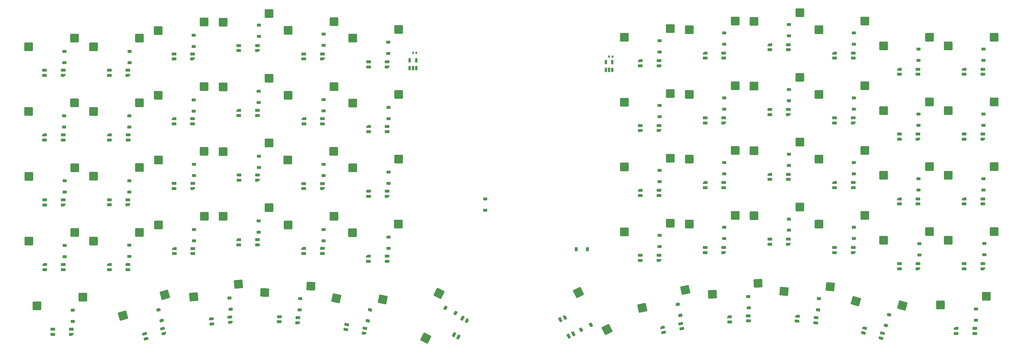
<source format=gbr>
%TF.GenerationSoftware,KiCad,Pcbnew,7.0.8*%
%TF.CreationDate,2024-10-02T10:44:02+02:00*%
%TF.ProjectId,chastity,63686173-7469-4747-992e-6b696361645f,rev?*%
%TF.SameCoordinates,Original*%
%TF.FileFunction,Paste,Bot*%
%TF.FilePolarity,Positive*%
%FSLAX46Y46*%
G04 Gerber Fmt 4.6, Leading zero omitted, Abs format (unit mm)*
G04 Created by KiCad (PCBNEW 7.0.8) date 2024-10-02 10:44:02*
%MOMM*%
%LPD*%
G01*
G04 APERTURE LIST*
G04 Aperture macros list*
%AMRoundRect*
0 Rectangle with rounded corners*
0 $1 Rounding radius*
0 $2 $3 $4 $5 $6 $7 $8 $9 X,Y pos of 4 corners*
0 Add a 4 corners polygon primitive as box body*
4,1,4,$2,$3,$4,$5,$6,$7,$8,$9,$2,$3,0*
0 Add four circle primitives for the rounded corners*
1,1,$1+$1,$2,$3*
1,1,$1+$1,$4,$5*
1,1,$1+$1,$6,$7*
1,1,$1+$1,$8,$9*
0 Add four rect primitives between the rounded corners*
20,1,$1+$1,$2,$3,$4,$5,0*
20,1,$1+$1,$4,$5,$6,$7,0*
20,1,$1+$1,$6,$7,$8,$9,0*
20,1,$1+$1,$8,$9,$2,$3,0*%
%AMFreePoly0*
4,1,18,-0.410000,0.593000,-0.403758,0.624380,-0.385983,0.650983,-0.359380,0.668758,-0.328000,0.675000,0.328000,0.675000,0.359380,0.668758,0.385983,0.650983,0.403758,0.624380,0.410000,0.593000,0.410000,-0.593000,0.403758,-0.624380,0.385983,-0.650983,0.359380,-0.668758,0.328000,-0.675000,0.000000,-0.675000,-0.410000,-0.265000,-0.410000,0.593000,-0.410000,0.593000,$1*%
G04 Aperture macros list end*
%ADD10RoundRect,0.225000X0.320025X-0.298050X0.413585X0.142116X-0.320025X0.298050X-0.413585X-0.142116X0*%
%ADD11RoundRect,0.225000X0.375000X-0.225000X0.375000X0.225000X-0.375000X0.225000X-0.375000X-0.225000X0*%
%ADD12FreePoly0,270.000000*%
%ADD13RoundRect,0.082000X-0.593000X0.328000X-0.593000X-0.328000X0.593000X-0.328000X0.593000X0.328000X0*%
%ADD14RoundRect,0.250000X1.025000X1.000000X-1.025000X1.000000X-1.025000X-1.000000X1.025000X-1.000000X0*%
%ADD15RoundRect,0.225000X0.386262X-0.205066X0.362710X0.244318X-0.386262X0.205066X-0.362710X-0.244318X0*%
%ADD16RoundRect,0.082000X-0.609354X0.296515X-0.575021X-0.358586X0.609354X-0.296515X0.575021X0.358586X0*%
%ADD17FreePoly0,273.000000*%
%ADD18FreePoly0,90.000000*%
%ADD19RoundRect,0.082000X0.593000X-0.328000X0.593000X0.328000X-0.593000X0.328000X-0.593000X-0.328000X0*%
%ADD20FreePoly0,78.000000*%
%ADD21RoundRect,0.082000X0.511846X-0.444124X0.648237X0.197541X-0.511846X0.444124X-0.648237X-0.197541X0*%
%ADD22RoundRect,0.250000X1.108255X0.906860X-0.933944X1.085529X-1.108255X-0.906860X0.933944X-1.085529X0*%
%ADD23RoundRect,0.082000X0.023034X0.677276X-0.561467X0.379458X-0.023034X-0.677276X0.561467X-0.379458X0*%
%ADD24FreePoly0,207.000000*%
%ADD25RoundRect,0.250000X1.356347X-0.459291X0.425666X1.367272X-1.356347X0.459291X-0.425666X-1.367272X0*%
%ADD26RoundRect,0.225000X-0.030230X-0.436275X0.370723X-0.231980X0.030230X0.436275X-0.370723X0.231980X0*%
%ADD27RoundRect,0.250000X1.210513X0.765038X-0.794690X1.191257X-1.210513X-0.765038X0.794690X-1.191257X0*%
%ADD28RoundRect,0.082000X-0.648237X0.197541X-0.511846X-0.444124X0.648237X-0.197541X0.511846X0.444124X0*%
%ADD29FreePoly0,282.000000*%
%ADD30RoundRect,0.225000X0.362710X-0.244318X0.386262X0.205066X-0.362710X0.244318X-0.386262X-0.205066X0*%
%ADD31RoundRect,0.225000X0.370723X0.231980X-0.030230X0.436275X-0.370723X-0.231980X0.030230X-0.436275X0*%
%ADD32FreePoly0,87.000000*%
%ADD33RoundRect,0.082000X0.575021X-0.358586X0.609354X0.296515X-0.575021X0.358586X-0.609354X-0.296515X0*%
%ADD34RoundRect,0.250000X1.260931X0.678733X-0.709656X1.243790X-1.260931X-0.678733X0.709656X-1.243790X0*%
%ADD35RoundRect,0.082000X-0.562156X0.378435X-0.619331X-0.275069X0.562156X-0.378435X0.619331X0.275069X0*%
%ADD36FreePoly0,265.000000*%
%ADD37RoundRect,0.225000X0.298455X-0.319648X0.422492X0.112920X-0.298455X0.319648X-0.422492X-0.112920X0*%
%ADD38RoundRect,0.150000X0.150000X-0.512500X0.150000X0.512500X-0.150000X0.512500X-0.150000X-0.512500X0*%
%ADD39RoundRect,0.250000X1.075931X0.944985X-0.971259X1.052274X-1.075931X-0.944985X0.971259X-1.052274X0*%
%ADD40RoundRect,0.225000X0.225000X0.375000X-0.225000X0.375000X-0.225000X-0.375000X0.225000X-0.375000X0*%
%ADD41RoundRect,0.082000X-0.479619X0.478747X-0.660437X-0.151841X0.479619X-0.478747X0.660437X0.151841X0*%
%ADD42FreePoly0,254.000000*%
%ADD43RoundRect,0.225000X0.393183X-0.191460X0.353963X0.256827X-0.393183X0.191460X-0.353963X-0.256827X0*%
%ADD44RoundRect,0.225000X0.353963X-0.256827X0.393183X0.191460X-0.353963X0.256827X-0.393183X-0.191460X0*%
%ADD45RoundRect,0.250000X0.971259X1.052274X-1.075931X0.944985X-0.971259X-1.052274X1.075931X-0.944985X0*%
%ADD46RoundRect,0.250000X0.709656X1.243790X-1.260931X0.678733X-0.709656X-1.243790X1.260931X-0.678733X0*%
%ADD47FreePoly0,153.000000*%
%ADD48RoundRect,0.082000X0.561467X0.379458X-0.023034X0.677276X-0.561467X-0.379458X0.023034X-0.677276X0*%
%ADD49RoundRect,0.225000X0.413585X-0.142116X0.320025X0.298050X-0.413585X0.142116X-0.320025X-0.298050X0*%
%ADD50RoundRect,0.250000X-0.425666X1.367272X-1.356347X-0.459291X0.425666X-1.367272X1.356347X0.459291X0*%
%ADD51FreePoly0,106.000000*%
%ADD52RoundRect,0.082000X0.660437X-0.151841X0.479619X0.478747X-0.660437X0.151841X-0.479619X-0.478747X0*%
%ADD53RoundRect,0.140000X-0.140000X-0.170000X0.140000X-0.170000X0.140000X0.170000X-0.140000X0.170000X0*%
%ADD54RoundRect,0.250000X0.794690X1.191257X-1.210513X0.765038X-0.794690X-1.191257X1.210513X-0.765038X0*%
%ADD55FreePoly0,95.000000*%
%ADD56RoundRect,0.082000X0.619331X-0.275069X0.562156X0.378435X-0.619331X0.275069X-0.562156X-0.378435X0*%
%ADD57RoundRect,0.250000X0.933944X1.085529X-1.108255X0.906860X-0.933944X-1.085529X1.108255X-0.906860X0*%
%ADD58RoundRect,0.225000X0.422492X-0.112920X0.298455X0.319648X-0.422492X0.112920X-0.298455X-0.319648X0*%
G04 APERTURE END LIST*
D10*
%TO.C,D29*%
X60934818Y51758944D03*
X60248710Y48531056D03*
%TD*%
D11*
%TO.C,D44*%
X164791764Y91602805D03*
X164791764Y94902805D03*
%TD*%
D12*
%TO.C,LED11*%
X41496764Y107785000D03*
D13*
X41496764Y106285000D03*
X46946764Y107785000D03*
X46946764Y106285000D03*
%TD*%
D14*
%TO.C,MX51*%
X173531764Y79342805D03*
X186981764Y81882805D03*
%TD*%
D12*
%TO.C,LED19*%
X-34533236Y65015000D03*
D13*
X-34533236Y63515000D03*
X-29083236Y65015000D03*
X-29083236Y63515000D03*
%TD*%
D15*
%TO.C,D57*%
X172028118Y52355066D03*
X171855410Y55650544D03*
%TD*%
D14*
%TO.C,MX6*%
X69281764Y133925000D03*
X55831764Y131385000D03*
%TD*%
D11*
%TO.C,D13*%
X-28708236Y89595000D03*
X-28708236Y86295000D03*
%TD*%
D16*
%TO.C,LED57*%
X171868148Y48473410D03*
X171789645Y49971355D03*
X166425617Y48188179D03*
D17*
X166347114Y49686124D03*
%TD*%
D11*
%TO.C,D35*%
X221791764Y124852805D03*
X221791764Y128152805D03*
%TD*%
D18*
%TO.C,LED6*%
X65916764Y122925000D03*
D19*
X65916764Y124425000D03*
X60466764Y122925000D03*
X60466764Y124425000D03*
%TD*%
D11*
%TO.C,D60*%
X238641764Y48652805D03*
X238641764Y51952805D03*
%TD*%
%TO.C,D48*%
X240791764Y86852805D03*
X240791764Y90152805D03*
%TD*%
%TO.C,D15*%
X9291764Y94395000D03*
X9291764Y91095000D03*
%TD*%
D18*
%TO.C,LED14*%
X-10103236Y82525000D03*
D19*
X-10103236Y84025000D03*
X-15553236Y82525000D03*
X-15553236Y84025000D03*
%TD*%
D11*
%TO.C,D6*%
X66241764Y130195000D03*
X66241764Y126895000D03*
%TD*%
D13*
%TO.C,LED35*%
X221616764Y120772805D03*
X221616764Y122272805D03*
X216166764Y120772805D03*
D12*
X216166764Y122272805D03*
%TD*%
D11*
%TO.C,D17*%
X47291764Y94395000D03*
X47291764Y91095000D03*
%TD*%
%TO.C,D5*%
X47291764Y132595000D03*
X47291764Y129295000D03*
%TD*%
%TO.C,D34*%
X202791764Y129602805D03*
X202791764Y132902805D03*
%TD*%
%TO.C,D40*%
X202791764Y110602805D03*
X202791764Y113902805D03*
%TD*%
D14*
%TO.C,MX22*%
X31231764Y81675000D03*
X17781764Y79135000D03*
%TD*%
D13*
%TO.C,LED47*%
X221616764Y82772805D03*
X221616764Y84272805D03*
X216166764Y82772805D03*
D12*
X216166764Y84272805D03*
%TD*%
%TO.C,LED23*%
X41466764Y69765000D03*
D13*
X41466764Y68265000D03*
X46916764Y69765000D03*
X46916764Y68265000D03*
%TD*%
D14*
%TO.C,MX37*%
X135531764Y112642805D03*
X148981764Y115182805D03*
%TD*%
D19*
%TO.C,LED54*%
X235166764Y65272805D03*
X235166764Y63772805D03*
X240616764Y65272805D03*
D18*
X240616764Y63772805D03*
%TD*%
D12*
%TO.C,LED9*%
X3416764Y107745000D03*
D13*
X3416764Y106245000D03*
X8866764Y107745000D03*
X8866764Y106245000D03*
%TD*%
D18*
%TO.C,LED2*%
X-10133236Y120515000D03*
D19*
X-10133236Y122015000D03*
X-15583236Y120515000D03*
X-15583236Y122015000D03*
%TD*%
D11*
%TO.C,D53*%
X222045211Y67851540D03*
X222045211Y71151540D03*
%TD*%
D19*
%TO.C,LED51*%
X178166764Y72472805D03*
X178166764Y70972805D03*
X183616764Y72472805D03*
D18*
X183616764Y70972805D03*
%TD*%
D20*
%TO.C,LED29*%
X59095091Y44825840D03*
D21*
X59406959Y46293061D03*
X53764187Y45958959D03*
X54076055Y47426180D03*
%TD*%
D14*
%TO.C,MX38*%
X154531764Y114892805D03*
X167981764Y117432805D03*
%TD*%
D22*
%TO.C,MX58*%
X182281147Y57124606D03*
X195901341Y58482696D03*
%TD*%
D18*
%TO.C,LED25*%
X-26733236Y44515000D03*
D19*
X-26733236Y46015000D03*
X-32183236Y44515000D03*
X-32183236Y46015000D03*
%TD*%
D14*
%TO.C,MX54*%
X230531764Y72142805D03*
X243981764Y74682805D03*
%TD*%
%TO.C,MX42*%
X230531764Y110142805D03*
X243981764Y112682805D03*
%TD*%
%TO.C,MX8*%
X-6718236Y112425000D03*
X-20168236Y109885000D03*
%TD*%
D23*
%TO.C,LED55*%
X119184320Y44028047D03*
X120520830Y44709033D03*
X116710072Y48884033D03*
D24*
X118046582Y49565019D03*
%TD*%
D12*
%TO.C,LED20*%
X-15583236Y65015000D03*
D13*
X-15583236Y63515000D03*
X-10133236Y65015000D03*
X-10133236Y63515000D03*
%TD*%
D14*
%TO.C,MX48*%
X230531764Y91142805D03*
X243981764Y93682805D03*
%TD*%
D25*
%TO.C,MX55*%
X122063550Y56813749D03*
X130432879Y45982847D03*
%TD*%
D13*
%TO.C,LED33*%
X183616764Y127972805D03*
X183616764Y129472805D03*
X178166764Y127972805D03*
D12*
X178166764Y129472805D03*
%TD*%
D14*
%TO.C,MX24*%
X69231764Y76875000D03*
X55781764Y74335000D03*
%TD*%
%TO.C,MX33*%
X173531764Y136342805D03*
X186981764Y138882805D03*
%TD*%
D12*
%TO.C,LED10*%
X22416764Y110215000D03*
D13*
X22416764Y108715000D03*
X27866764Y110215000D03*
X27866764Y108715000D03*
%TD*%
D14*
%TO.C,MX19*%
X-25718236Y74425000D03*
X-39168236Y71885000D03*
%TD*%
D18*
%TO.C,LED18*%
X65896764Y84995000D03*
D19*
X65896764Y86495000D03*
X60446764Y84995000D03*
X60446764Y86495000D03*
%TD*%
D11*
%TO.C,D2*%
X-9658236Y127495000D03*
X-9658236Y124195000D03*
%TD*%
D12*
%TO.C,LED7*%
X-34583236Y103015000D03*
D13*
X-34583236Y101515000D03*
X-29133236Y103015000D03*
X-29133236Y101515000D03*
%TD*%
D11*
%TO.C,D24*%
X66291764Y73095000D03*
X66291764Y69795000D03*
%TD*%
%TO.C,D16*%
X28291764Y96795000D03*
X28291764Y93495000D03*
%TD*%
D26*
%TO.C,D55*%
X122771603Y45853721D03*
X125711925Y47351889D03*
%TD*%
D18*
%TO.C,LED16*%
X27896764Y89735000D03*
D19*
X27896764Y91235000D03*
X22446764Y89735000D03*
X22446764Y91235000D03*
%TD*%
D27*
%TO.C,MX29*%
X64654874Y54797808D03*
X50970693Y55109725D03*
%TD*%
D11*
%TO.C,D61*%
X94666073Y84231460D03*
X94666073Y80931460D03*
%TD*%
D14*
%TO.C,MX40*%
X192531764Y114892805D03*
X205981764Y117432805D03*
%TD*%
D13*
%TO.C,LED60*%
X238266764Y44772805D03*
X238266764Y46272805D03*
X232816764Y44772805D03*
D12*
X232816764Y46272805D03*
%TD*%
D11*
%TO.C,D3*%
X9141764Y132245000D03*
X9141764Y128945000D03*
%TD*%
D14*
%TO.C,MX2*%
X-6768236Y131425000D03*
X-20218236Y128885000D03*
%TD*%
D18*
%TO.C,LED1*%
X-29133236Y120515000D03*
D19*
X-29133236Y122015000D03*
X-34583236Y120515000D03*
X-34583236Y122015000D03*
%TD*%
D28*
%TO.C,LED56*%
X152319342Y46216764D03*
X152007474Y47683985D03*
X146988438Y45083645D03*
D29*
X146676570Y46550866D03*
%TD*%
D14*
%TO.C,MX50*%
X154531764Y76892805D03*
X167981764Y79432805D03*
%TD*%
D11*
%TO.C,D42*%
X240791764Y105852805D03*
X240791764Y109152805D03*
%TD*%
D30*
%TO.C,D28*%
X40378118Y54992739D03*
X40205410Y51697261D03*
%TD*%
D14*
%TO.C,MX52*%
X192531764Y76892805D03*
X205981764Y79432805D03*
%TD*%
D31*
%TO.C,D30*%
X83021603Y52294084D03*
X85961925Y50795916D03*
%TD*%
D14*
%TO.C,MX14*%
X-6738236Y93435000D03*
X-20188236Y90895000D03*
%TD*%
D19*
%TO.C,LED40*%
X197166764Y108022805D03*
X197166764Y106522805D03*
X202616764Y108022805D03*
D18*
X202616764Y106522805D03*
%TD*%
D19*
%TO.C,LED52*%
X197166764Y70022805D03*
X197166764Y68522805D03*
X202616764Y70022805D03*
D18*
X202616764Y68522805D03*
%TD*%
D11*
%TO.C,D49*%
X145791764Y70302805D03*
X145791764Y73602805D03*
%TD*%
D14*
%TO.C,MX13*%
X-25738236Y93405000D03*
X-39188236Y90865000D03*
%TD*%
%TO.C,MX20*%
X-6768236Y74425000D03*
X-20218236Y71885000D03*
%TD*%
D12*
%TO.C,LED8*%
X-15533236Y103015000D03*
D13*
X-15533236Y101515000D03*
X-10083236Y103015000D03*
X-10083236Y101515000D03*
%TD*%
D11*
%TO.C,D39*%
X183791764Y113052805D03*
X183791764Y116352805D03*
%TD*%
D14*
%TO.C,MX32*%
X154531764Y133892805D03*
X167981764Y136432805D03*
%TD*%
%TO.C,MX16*%
X31261764Y100645000D03*
X17811764Y98105000D03*
%TD*%
D11*
%TO.C,D20*%
X-9708236Y70695000D03*
X-9708236Y67395000D03*
%TD*%
%TO.C,D32*%
X164791764Y129602805D03*
X164791764Y132902805D03*
%TD*%
D14*
%TO.C,MX43*%
X135531764Y93642805D03*
X148981764Y96182805D03*
%TD*%
D32*
%TO.C,LED28*%
X39657912Y47930374D03*
D33*
X39736415Y49428319D03*
X34215381Y48215605D03*
X34293884Y49713550D03*
%TD*%
D11*
%TO.C,D11*%
X47291764Y113395000D03*
X47291764Y110095000D03*
%TD*%
D12*
%TO.C,LED12*%
X60446764Y105465000D03*
D13*
X60446764Y103965000D03*
X65896764Y105465000D03*
X65896764Y103965000D03*
%TD*%
D11*
%TO.C,D51*%
X183791764Y75052805D03*
X183791764Y78352805D03*
%TD*%
D34*
%TO.C,MX59*%
X203416997Y54273101D03*
X217046085Y53007383D03*
%TD*%
D35*
%TO.C,LED58*%
X191598277Y47907491D03*
X191729010Y49401783D03*
X186169016Y48382489D03*
D36*
X186299749Y49876781D03*
%TD*%
D37*
%TO.C,D59*%
X212186962Y47116723D03*
X213096566Y50288887D03*
%TD*%
D11*
%TO.C,D45*%
X183791764Y94052805D03*
X183791764Y97352805D03*
%TD*%
%TO.C,D43*%
X145791764Y89352805D03*
X145791764Y92652805D03*
%TD*%
D12*
%TO.C,LED21*%
X3466764Y69715000D03*
D13*
X3466764Y68215000D03*
X8916764Y69715000D03*
X8916764Y68215000D03*
%TD*%
D11*
%TO.C,D18*%
X66291764Y92095000D03*
X66291764Y88795000D03*
%TD*%
D14*
%TO.C,MX35*%
X211531764Y129142805D03*
X224981764Y131682805D03*
%TD*%
%TO.C,MX31*%
X135531764Y131642805D03*
X148981764Y134182805D03*
%TD*%
%TO.C,MX5*%
X50281764Y136185000D03*
X36831764Y133645000D03*
%TD*%
D12*
%TO.C,LED24*%
X60416764Y67465000D03*
D13*
X60416764Y65965000D03*
X65866764Y67465000D03*
X65866764Y65965000D03*
%TD*%
D38*
%TO.C,U6*%
X74441764Y124882500D03*
X72541764Y124882500D03*
X72541764Y122607500D03*
X73491764Y122607500D03*
X74441764Y122607500D03*
%TD*%
D39*
%TO.C,MX28*%
X43589285Y58649312D03*
X30024784Y56816712D03*
%TD*%
D11*
%TO.C,D1*%
X-28758236Y127495000D03*
X-28758236Y124195000D03*
%TD*%
D40*
%TO.C,D62*%
X124630764Y69545000D03*
X121330764Y69545000D03*
%TD*%
D41*
%TO.C,LED59*%
X210804237Y43447537D03*
X211217693Y44889429D03*
X205565361Y44949761D03*
D42*
X205978817Y46391653D03*
%TD*%
D11*
%TO.C,D21*%
X9291764Y75295000D03*
X9291764Y71995000D03*
%TD*%
D14*
%TO.C,MX17*%
X50261764Y98175000D03*
X36811764Y95635000D03*
%TD*%
D43*
%TO.C,D27*%
X19697957Y55188721D03*
X19985571Y51901279D03*
%TD*%
D11*
%TO.C,D52*%
X202791764Y72602805D03*
X202791764Y75902805D03*
%TD*%
D44*
%TO.C,D58*%
X192297957Y51759084D03*
X192585571Y55046526D03*
%TD*%
D11*
%TO.C,D41*%
X221791764Y105852805D03*
X221791764Y109152805D03*
%TD*%
D13*
%TO.C,LED36*%
X240616764Y120772805D03*
X240616764Y122272805D03*
X235166764Y120772805D03*
D12*
X235166764Y122272805D03*
%TD*%
D11*
%TO.C,D47*%
X221791764Y86852805D03*
X221791764Y90152805D03*
%TD*%
D14*
%TO.C,MX47*%
X211531764Y91142805D03*
X224981764Y93682805D03*
%TD*%
D11*
%TO.C,D10*%
X28191764Y115795000D03*
X28191764Y112495000D03*
%TD*%
%TO.C,D36*%
X240791764Y124852805D03*
X240791764Y128152805D03*
%TD*%
D14*
%TO.C,MX1*%
X-25768236Y131425000D03*
X-39218236Y128885000D03*
%TD*%
D19*
%TO.C,LED53*%
X216166764Y65272805D03*
X216166764Y63772805D03*
X221616764Y65272805D03*
D18*
X221616764Y63772805D03*
%TD*%
D14*
%TO.C,MX44*%
X154531764Y95892805D03*
X167981764Y98432805D03*
%TD*%
D18*
%TO.C,LED13*%
X-29103236Y82495000D03*
D19*
X-29103236Y83995000D03*
X-34553236Y82495000D03*
X-34553236Y83995000D03*
%TD*%
D45*
%TO.C,MX57*%
X161358917Y56304131D03*
X174657551Y59544569D03*
%TD*%
D11*
%TO.C,D54*%
X241037142Y67919007D03*
X241037142Y71219007D03*
%TD*%
D13*
%TO.C,LED43*%
X145616764Y85272805D03*
X145616764Y86772805D03*
X140166764Y85272805D03*
D12*
X140166764Y86772805D03*
%TD*%
D14*
%TO.C,MX15*%
X12261764Y98215000D03*
X-1188236Y95675000D03*
%TD*%
D11*
%TO.C,D8*%
X-9708236Y108595000D03*
X-9708236Y105295000D03*
%TD*%
D13*
%TO.C,LED46*%
X202616764Y87522805D03*
X202616764Y89022805D03*
X197166764Y87522805D03*
D12*
X197166764Y89022805D03*
%TD*%
D11*
%TO.C,D14*%
X-9708236Y89595000D03*
X-9708236Y86295000D03*
%TD*%
D14*
%TO.C,MX18*%
X69261764Y95905000D03*
X55811764Y93365000D03*
%TD*%
%TO.C,MX45*%
X173531764Y98342805D03*
X186981764Y100882805D03*
%TD*%
D18*
%TO.C,LED4*%
X27866764Y127715000D03*
D19*
X27866764Y129215000D03*
X22416764Y127715000D03*
X22416764Y129215000D03*
%TD*%
D14*
%TO.C,MX53*%
X211531764Y72142805D03*
X224981764Y74682805D03*
%TD*%
D11*
%TO.C,D33*%
X183791764Y132052805D03*
X183791764Y135352805D03*
%TD*%
%TO.C,D4*%
X28291764Y135195000D03*
X28291764Y131895000D03*
%TD*%
D12*
%TO.C,LED22*%
X22416764Y72265000D03*
D13*
X22416764Y70765000D03*
X27866764Y72265000D03*
X27866764Y70765000D03*
%TD*%
D18*
%TO.C,LED3*%
X8866764Y125265000D03*
D19*
X8866764Y126765000D03*
X3416764Y125265000D03*
X3416764Y126765000D03*
%TD*%
D14*
%TO.C,MX9*%
X12231764Y117155000D03*
X-1218236Y114615000D03*
%TD*%
%TO.C,MX46*%
X192531764Y95892805D03*
X205981764Y98432805D03*
%TD*%
D19*
%TO.C,LED38*%
X159166764Y108022805D03*
X159166764Y106522805D03*
X164616764Y108022805D03*
D18*
X164616764Y106522805D03*
%TD*%
D14*
%TO.C,MX12*%
X69261764Y114875000D03*
X55811764Y112335000D03*
%TD*%
D13*
%TO.C,LED44*%
X164616764Y87522805D03*
X164616764Y89022805D03*
X159166764Y87522805D03*
D12*
X159166764Y89022805D03*
%TD*%
D46*
%TO.C,MX26*%
X695610Y56156841D03*
X-11533241Y50007914D03*
%TD*%
D19*
%TO.C,LED37*%
X140166764Y105772805D03*
X140166764Y104272805D03*
X145616764Y105772805D03*
D18*
X145616764Y104272805D03*
%TD*%
%TO.C,LED15*%
X8896764Y87305000D03*
D19*
X8896764Y88805000D03*
X3446764Y87305000D03*
X3446764Y88805000D03*
%TD*%
%TO.C,LED41*%
X216166764Y103272805D03*
X216166764Y101772805D03*
X221616764Y103272805D03*
D18*
X221616764Y101772805D03*
%TD*%
D14*
%TO.C,MX41*%
X211531764Y110142805D03*
X224981764Y112682805D03*
%TD*%
D13*
%TO.C,LED34*%
X202616764Y125522805D03*
X202616764Y127022805D03*
X197166764Y125522805D03*
D12*
X197166764Y127022805D03*
%TD*%
D47*
%TO.C,LED30*%
X89323456Y48626228D03*
D48*
X87986946Y49307214D03*
X86849208Y43770242D03*
X85512698Y44451228D03*
%TD*%
D11*
%TO.C,D12*%
X66291764Y111095000D03*
X66291764Y107795000D03*
%TD*%
D49*
%TO.C,D56*%
X151884818Y50088861D03*
X151198710Y53316749D03*
%TD*%
D14*
%TO.C,MX11*%
X50311764Y117195000D03*
X36861764Y114655000D03*
%TD*%
D50*
%TO.C,MX30*%
X81130253Y56577501D03*
X77287237Y43440328D03*
%TD*%
D14*
%TO.C,MX49*%
X135531764Y74592805D03*
X148981764Y77132805D03*
%TD*%
D19*
%TO.C,LED42*%
X235166764Y103272805D03*
X235166764Y101772805D03*
X240616764Y103272805D03*
D18*
X240616764Y101772805D03*
%TD*%
D11*
%TO.C,D31*%
X145791764Y127352805D03*
X145791764Y130652805D03*
%TD*%
D14*
%TO.C,MX36*%
X230531764Y129142805D03*
X243981764Y131682805D03*
%TD*%
%TO.C,MX21*%
X12281764Y79125000D03*
X-1168236Y76585000D03*
%TD*%
D19*
%TO.C,LED39*%
X178166764Y110472805D03*
X178166764Y108972805D03*
X183616764Y110472805D03*
D18*
X183616764Y108972805D03*
%TD*%
D11*
%TO.C,D7*%
X-28808236Y108595000D03*
X-28808236Y105295000D03*
%TD*%
%TO.C,D50*%
X164791764Y72602805D03*
X164791764Y75902805D03*
%TD*%
D51*
%TO.C,LED26*%
X468168Y44741956D03*
D52*
X54712Y46183848D03*
X-4770708Y43239732D03*
X-5184164Y44681624D03*
%TD*%
D53*
%TO.C,C35*%
X131031337Y125945000D03*
X131991337Y125945000D03*
%TD*%
D13*
%TO.C,LED48*%
X240616764Y82772805D03*
X240616764Y84272805D03*
X235166764Y82772805D03*
D12*
X235166764Y84272805D03*
%TD*%
D13*
%TO.C,LED31*%
X145616764Y123272805D03*
X145616764Y124772805D03*
X140166764Y123272805D03*
D12*
X140166764Y124772805D03*
%TD*%
D19*
%TO.C,LED50*%
X159166764Y70022805D03*
X159166764Y68522805D03*
X164616764Y70022805D03*
D18*
X164616764Y68522805D03*
%TD*%
D11*
%TO.C,D25*%
X-26308236Y51645000D03*
X-26308236Y48345000D03*
%TD*%
%TO.C,D46*%
X202791764Y91602805D03*
X202791764Y94902805D03*
%TD*%
%TO.C,D19*%
X-28708236Y70595000D03*
X-28708236Y67295000D03*
%TD*%
%TO.C,D9*%
X9191764Y113295000D03*
X9191764Y109995000D03*
%TD*%
%TO.C,D37*%
X145791764Y108352805D03*
X145791764Y111652805D03*
%TD*%
D14*
%TO.C,MX60*%
X228181764Y53142805D03*
X241631764Y55682805D03*
%TD*%
%TO.C,MX4*%
X31231764Y138625000D03*
X17781764Y136085000D03*
%TD*%
D11*
%TO.C,D38*%
X164791764Y110602805D03*
X164791764Y113902805D03*
%TD*%
D54*
%TO.C,MX56*%
X140714502Y52307070D03*
X153342491Y57587977D03*
%TD*%
D18*
%TO.C,LED5*%
X46916764Y125275000D03*
D19*
X46916764Y126775000D03*
X41466764Y125275000D03*
X41466764Y126775000D03*
%TD*%
D14*
%TO.C,MX10*%
X31231764Y119625000D03*
X17781764Y117085000D03*
%TD*%
D38*
%TO.C,U11*%
X131975779Y122119077D03*
X131025779Y122119077D03*
X130075779Y122119077D03*
X130075779Y124394077D03*
X131975779Y124394077D03*
%TD*%
D14*
%TO.C,MX34*%
X192531764Y133892805D03*
X205981764Y136432805D03*
%TD*%
D11*
%TO.C,D22*%
X28241764Y77795000D03*
X28241764Y74495000D03*
%TD*%
D14*
%TO.C,MX7*%
X-25768236Y112425000D03*
X-39218236Y109885000D03*
%TD*%
D13*
%TO.C,LED45*%
X183616764Y89972805D03*
X183616764Y91472805D03*
X178166764Y89972805D03*
D12*
X178166764Y91472805D03*
%TD*%
D13*
%TO.C,LED32*%
X164616764Y125522805D03*
X164616764Y127022805D03*
X159166764Y125522805D03*
D12*
X159166764Y127022805D03*
%TD*%
D55*
%TO.C,LED27*%
X19914512Y48074684D03*
D56*
X19783779Y49568976D03*
X14485251Y47599686D03*
X14354518Y49093978D03*
%TD*%
D14*
%TO.C,MX3*%
X12231764Y136175000D03*
X-1218236Y133635000D03*
%TD*%
D53*
%TO.C,C6*%
X74438387Y127045000D03*
X73478387Y127045000D03*
%TD*%
D57*
%TO.C,MX27*%
X22315839Y59236448D03*
X9138395Y55533868D03*
%TD*%
D14*
%TO.C,MX39*%
X173531764Y117342805D03*
X186981764Y119882805D03*
%TD*%
%TO.C,MX25*%
X-23368236Y55425000D03*
X-36818236Y52885000D03*
%TD*%
%TO.C,MX23*%
X50281764Y79175000D03*
X36831764Y76635000D03*
%TD*%
D11*
%TO.C,D23*%
X47291764Y75295000D03*
X47291764Y71995000D03*
%TD*%
D58*
%TO.C,D26*%
X-1163038Y51731082D03*
X-253434Y48558918D03*
%TD*%
D19*
%TO.C,LED49*%
X140166764Y67722805D03*
X140166764Y66222805D03*
X145616764Y67722805D03*
D18*
X145616764Y66222805D03*
%TD*%
%TO.C,LED17*%
X46896764Y87265000D03*
D19*
X46896764Y88765000D03*
X41446764Y87265000D03*
X41446764Y88765000D03*
%TD*%
M02*

</source>
